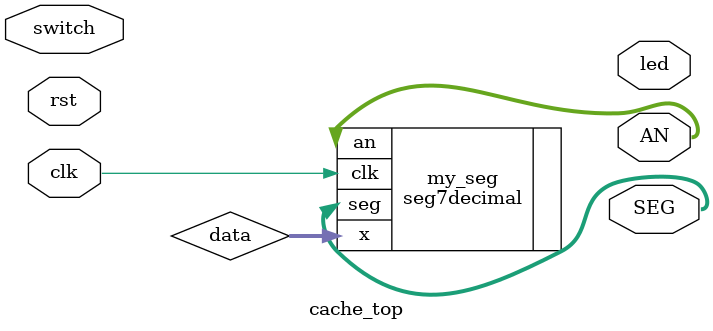
<source format=v>
module cache_top 
(
    input         rst, 
    input         clk,

    //------gpio-------
    output     [15:0] led,
    input      [15 :0] switch,       
    output reg [7 :0] AN,
    output reg [6 :0] SEG
);

// Add your code here

wire [31:0] data;
seg7decimal my_seg(
    .x(data[31:0]),
    .clk(clk),
    .seg(SEG[6:0]),
    .an(AN[7:0])
);
endmodule

</source>
